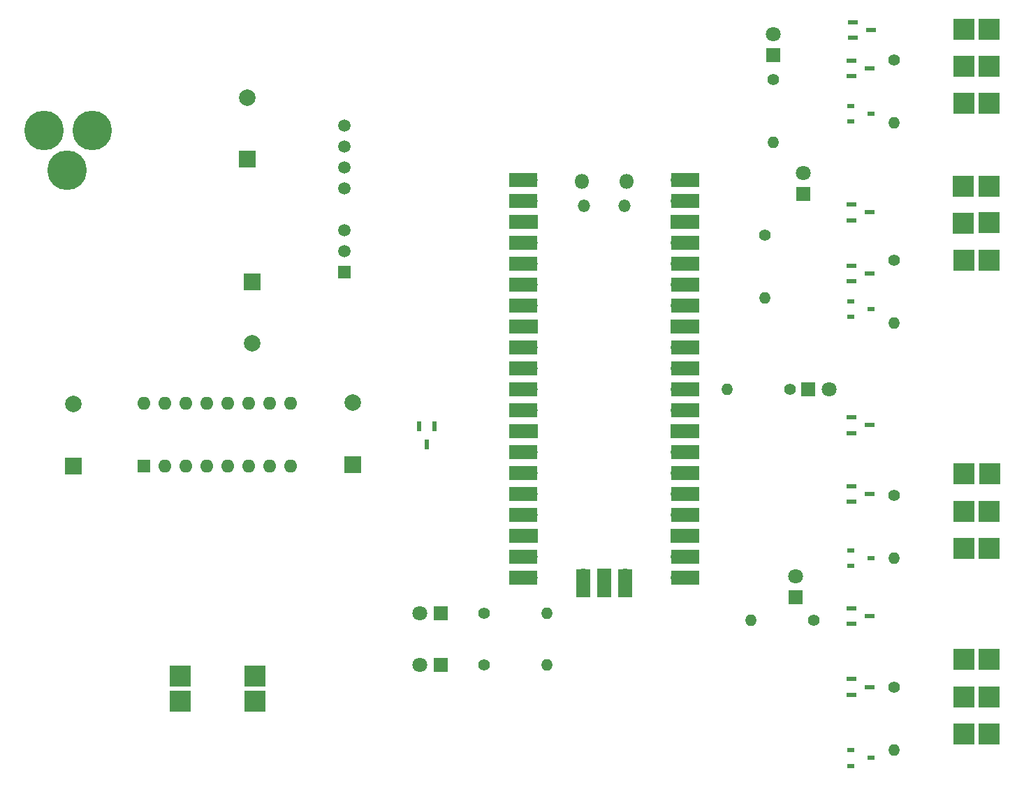
<source format=gbr>
%TF.GenerationSoftware,KiCad,Pcbnew,(6.0.7)*%
%TF.CreationDate,2022-12-24T23:10:44-08:00*%
%TF.ProjectId,ControlBoard,436f6e74-726f-46c4-926f-6172642e6b69,rev?*%
%TF.SameCoordinates,Original*%
%TF.FileFunction,Soldermask,Top*%
%TF.FilePolarity,Negative*%
%FSLAX46Y46*%
G04 Gerber Fmt 4.6, Leading zero omitted, Abs format (unit mm)*
G04 Created by KiCad (PCBNEW (6.0.7)) date 2022-12-24 23:10:44*
%MOMM*%
%LPD*%
G01*
G04 APERTURE LIST*
%ADD10C,1.400000*%
%ADD11O,1.400000X1.400000*%
%ADD12R,1.800000X1.800000*%
%ADD13C,1.800000*%
%ADD14R,2.500000X2.500000*%
%ADD15R,0.850000X0.600000*%
%ADD16O,1.800000X1.800000*%
%ADD17O,1.500000X1.500000*%
%ADD18O,1.700000X1.700000*%
%ADD19R,3.500000X1.700000*%
%ADD20R,1.700000X1.700000*%
%ADD21R,1.700000X3.500000*%
%ADD22R,1.600000X1.600000*%
%ADD23O,1.600000X1.600000*%
%ADD24R,1.200000X0.600000*%
%ADD25R,0.600000X1.200000*%
%ADD26R,1.508000X1.508000*%
%ADD27C,1.508000*%
%ADD28C,4.800000*%
%ADD29R,2.000000X2.000000*%
%ADD30C,2.000000*%
G04 APERTURE END LIST*
D10*
%TO.C,R10*%
X223260000Y-106670000D03*
D11*
X215640000Y-106670000D03*
%TD*%
D10*
%TO.C,R9*%
X220400000Y-78700000D03*
D11*
X212780000Y-78700000D03*
%TD*%
D10*
%TO.C,R8*%
X217320000Y-59990000D03*
D11*
X217320000Y-67610000D03*
%TD*%
D10*
%TO.C,R7*%
X218350000Y-41060000D03*
D11*
X218350000Y-48680000D03*
%TD*%
D10*
%TO.C,R6*%
X183300000Y-105840000D03*
D11*
X190920000Y-105840000D03*
%TD*%
D10*
%TO.C,R5*%
X183300000Y-112100000D03*
D11*
X190920000Y-112100000D03*
%TD*%
D12*
%TO.C,D6*%
X221100000Y-103885000D03*
D13*
X221100000Y-101345000D03*
%TD*%
D12*
%TO.C,D5*%
X222555000Y-78700000D03*
D13*
X225095000Y-78700000D03*
%TD*%
D12*
%TO.C,D4*%
X221970000Y-55005000D03*
D13*
X221970000Y-52465000D03*
%TD*%
D12*
%TO.C,D3*%
X218350000Y-38105000D03*
D13*
X218350000Y-35565000D03*
%TD*%
D12*
%TO.C,D2*%
X178075000Y-105860000D03*
D13*
X175535000Y-105860000D03*
%TD*%
D12*
%TO.C,D1*%
X178075000Y-112100000D03*
D13*
X175535000Y-112100000D03*
%TD*%
D14*
%TO.C,RailB2*%
X155500000Y-113470000D03*
%TD*%
%TO.C,RailA2*%
X146470000Y-113480000D03*
%TD*%
%TO.C,G4R2*%
X241470000Y-111470000D03*
%TD*%
%TO.C,G4M2*%
X241470000Y-115990000D03*
%TD*%
%TO.C,G4L2*%
X241450000Y-120530000D03*
%TD*%
%TO.C,G3R2*%
X241500000Y-88960000D03*
%TD*%
%TO.C,G3M2*%
X241440000Y-93520000D03*
%TD*%
%TO.C,G3L2*%
X241430000Y-98010000D03*
%TD*%
%TO.C,G2R2*%
X241400000Y-54000000D03*
%TD*%
%TO.C,G2M2*%
X241420000Y-58490000D03*
%TD*%
%TO.C,G2L2*%
X241470000Y-62980000D03*
%TD*%
%TO.C,G1R2*%
X241450000Y-34970000D03*
%TD*%
%TO.C,G1M2*%
X241440000Y-39490000D03*
%TD*%
%TO.C,G1L2*%
X241430000Y-43970000D03*
%TD*%
%TO.C,RailB1*%
X155500000Y-116520000D03*
%TD*%
%TO.C,RailA1*%
X146480000Y-116520000D03*
%TD*%
%TO.C,G4R1*%
X244520000Y-111480000D03*
%TD*%
%TO.C,G4M1*%
X244550000Y-115980000D03*
%TD*%
%TO.C,G4L1*%
X244530000Y-120490000D03*
%TD*%
%TO.C,G3R1*%
X244560000Y-88950000D03*
%TD*%
%TO.C,G3M1*%
X244490000Y-93520000D03*
%TD*%
%TO.C,G3L1*%
X244490000Y-98000000D03*
%TD*%
%TO.C,G2R1*%
X244470000Y-54000000D03*
%TD*%
%TO.C,G2M1*%
X244490000Y-58480000D03*
%TD*%
%TO.C,G2L1*%
X244530000Y-62990000D03*
%TD*%
%TO.C,G1R1*%
X244520000Y-35000000D03*
%TD*%
%TO.C,G1M1*%
X244510000Y-39480000D03*
%TD*%
%TO.C,G1L1*%
X244540000Y-43980000D03*
%TD*%
D10*
%TO.C,R4*%
X232980000Y-114840000D03*
D11*
X232980000Y-122460000D03*
%TD*%
D10*
%TO.C,R3*%
X232980000Y-91540000D03*
D11*
X232980000Y-99160000D03*
%TD*%
%TO.C,R2*%
X232980000Y-70600000D03*
D10*
X232980000Y-62980000D03*
%TD*%
%TO.C,R1*%
X232980000Y-38740000D03*
D11*
X232980000Y-46360000D03*
%TD*%
D15*
%TO.C,IC4*%
X227710000Y-122460000D03*
X227710000Y-124360000D03*
X230210000Y-123410000D03*
%TD*%
%TO.C,IC3*%
X227710000Y-98190000D03*
X227710000Y-100090000D03*
X230210000Y-99140000D03*
%TD*%
%TO.C,IC2*%
X227710000Y-67990000D03*
X227710000Y-69890000D03*
X230210000Y-68940000D03*
%TD*%
%TO.C,IC1*%
X227710000Y-44290000D03*
X227710000Y-46190000D03*
X230210000Y-45240000D03*
%TD*%
D16*
%TO.C,U2*%
X200595000Y-53415000D03*
X195145000Y-53415000D03*
D17*
X195445000Y-56445000D03*
X200295000Y-56445000D03*
D18*
X188980000Y-53285000D03*
D19*
X188080000Y-53285000D03*
D18*
X188980000Y-55825000D03*
D19*
X188080000Y-55825000D03*
X188080000Y-58365000D03*
D20*
X188980000Y-58365000D03*
D18*
X188980000Y-60905000D03*
D19*
X188080000Y-60905000D03*
D18*
X188980000Y-63445000D03*
D19*
X188080000Y-63445000D03*
D18*
X188980000Y-65985000D03*
D19*
X188080000Y-65985000D03*
X188080000Y-68525000D03*
D18*
X188980000Y-68525000D03*
D20*
X188980000Y-71065000D03*
D19*
X188080000Y-71065000D03*
X188080000Y-73605000D03*
D18*
X188980000Y-73605000D03*
X188980000Y-76145000D03*
D19*
X188080000Y-76145000D03*
X188080000Y-78685000D03*
D18*
X188980000Y-78685000D03*
X188980000Y-81225000D03*
D19*
X188080000Y-81225000D03*
D20*
X188980000Y-83765000D03*
D19*
X188080000Y-83765000D03*
X188080000Y-86305000D03*
D18*
X188980000Y-86305000D03*
X188980000Y-88845000D03*
D19*
X188080000Y-88845000D03*
X188080000Y-91385000D03*
D18*
X188980000Y-91385000D03*
D19*
X188080000Y-93925000D03*
D18*
X188980000Y-93925000D03*
D19*
X188080000Y-96465000D03*
D20*
X188980000Y-96465000D03*
D18*
X188980000Y-99005000D03*
D19*
X188080000Y-99005000D03*
X188080000Y-101545000D03*
D18*
X188980000Y-101545000D03*
D19*
X207660000Y-101545000D03*
D18*
X206760000Y-101545000D03*
D19*
X207660000Y-99005000D03*
D18*
X206760000Y-99005000D03*
D19*
X207660000Y-96465000D03*
D20*
X206760000Y-96465000D03*
D18*
X206760000Y-93925000D03*
D19*
X207660000Y-93925000D03*
X207660000Y-91385000D03*
D18*
X206760000Y-91385000D03*
D19*
X207660000Y-88845000D03*
D18*
X206760000Y-88845000D03*
X206760000Y-86305000D03*
D19*
X207660000Y-86305000D03*
D20*
X206760000Y-83765000D03*
D19*
X207660000Y-83765000D03*
D18*
X206760000Y-81225000D03*
D19*
X207660000Y-81225000D03*
X207660000Y-78685000D03*
D18*
X206760000Y-78685000D03*
X206760000Y-76145000D03*
D19*
X207660000Y-76145000D03*
D18*
X206760000Y-73605000D03*
D19*
X207660000Y-73605000D03*
X207660000Y-71065000D03*
D20*
X206760000Y-71065000D03*
D19*
X207660000Y-68525000D03*
D18*
X206760000Y-68525000D03*
D19*
X207660000Y-65985000D03*
D18*
X206760000Y-65985000D03*
X206760000Y-63445000D03*
D19*
X207660000Y-63445000D03*
X207660000Y-60905000D03*
D18*
X206760000Y-60905000D03*
D19*
X207660000Y-58365000D03*
D20*
X206760000Y-58365000D03*
D19*
X207660000Y-55825000D03*
D18*
X206760000Y-55825000D03*
X206760000Y-53285000D03*
D19*
X207660000Y-53285000D03*
D21*
X195330000Y-102215000D03*
D18*
X195330000Y-101315000D03*
D20*
X197870000Y-101315000D03*
D21*
X197870000Y-102215000D03*
D18*
X200410000Y-101315000D03*
D21*
X200410000Y-102215000D03*
%TD*%
D22*
%TO.C,U1*%
X142085000Y-87960000D03*
D23*
X144625000Y-87960000D03*
X147165000Y-87960000D03*
X149705000Y-87960000D03*
X152245000Y-87960000D03*
X154785000Y-87960000D03*
X157325000Y-87960000D03*
X159865000Y-87960000D03*
X159865000Y-80340000D03*
X157325000Y-80340000D03*
X154785000Y-80340000D03*
X152245000Y-80340000D03*
X149705000Y-80340000D03*
X147165000Y-80340000D03*
X144625000Y-80340000D03*
X142085000Y-80340000D03*
%TD*%
D24*
%TO.C,Q12*%
X227860000Y-105250000D03*
X227860000Y-107150000D03*
X230060000Y-106200000D03*
%TD*%
%TO.C,Q10*%
X227860000Y-82080000D03*
X227860000Y-83980000D03*
X230060000Y-83030000D03*
%TD*%
%TO.C,Q9*%
X227860000Y-113850000D03*
X227860000Y-115750000D03*
X230060000Y-114800000D03*
%TD*%
%TO.C,Q8*%
X227860000Y-90420000D03*
X227860000Y-92320000D03*
X230060000Y-91370000D03*
%TD*%
%TO.C,Q6*%
X227860000Y-56250000D03*
X227860000Y-58150000D03*
X230060000Y-57200000D03*
%TD*%
%TO.C,Q4*%
X227860000Y-63650000D03*
X227860000Y-65550000D03*
X230060000Y-64600000D03*
%TD*%
%TO.C,Q3*%
X227860000Y-38770000D03*
X227860000Y-40670000D03*
X230060000Y-39720000D03*
%TD*%
%TO.C,Q2*%
X228020000Y-34130000D03*
X228020000Y-36030000D03*
X230220000Y-35080000D03*
%TD*%
D25*
%TO.C,Q1*%
X177290000Y-83190000D03*
X175390000Y-83190000D03*
X176340000Y-85390000D03*
%TD*%
D26*
%TO.C,PS1*%
X166380000Y-64447500D03*
D27*
X166380000Y-61907500D03*
X166380000Y-59367500D03*
X166380000Y-54287500D03*
X166380000Y-51747500D03*
X166380000Y-49207500D03*
X166380000Y-46667500D03*
%TD*%
D28*
%TO.C,J1*%
X135779500Y-47280000D03*
X129979500Y-47280000D03*
X132779500Y-52080000D03*
%TD*%
D29*
%TO.C,C4*%
X167374880Y-87795119D03*
D30*
X167374880Y-80295119D03*
%TD*%
D29*
%TO.C,C3*%
X133530000Y-87947677D03*
D30*
X133530000Y-80447677D03*
%TD*%
D29*
%TO.C,C2*%
X154635000Y-50747677D03*
D30*
X154635000Y-43247677D03*
%TD*%
D29*
%TO.C,C1*%
X155175000Y-65602323D03*
D30*
X155175000Y-73102323D03*
%TD*%
M02*

</source>
